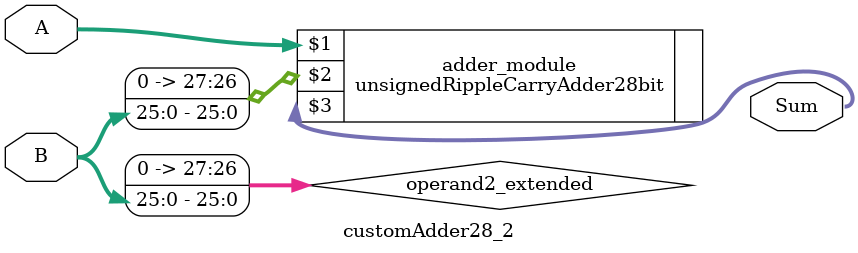
<source format=v>

module customAdder28_2(
                    input [27 : 0] A,
                    input [25 : 0] B,
                    
                    output [28 : 0] Sum
            );

    wire [27 : 0] operand2_extended;
    
    assign operand2_extended =  {2'b0, B};
    
    unsignedRippleCarryAdder28bit adder_module(
        A,
        operand2_extended,
        Sum
    );
    
endmodule
        
</source>
